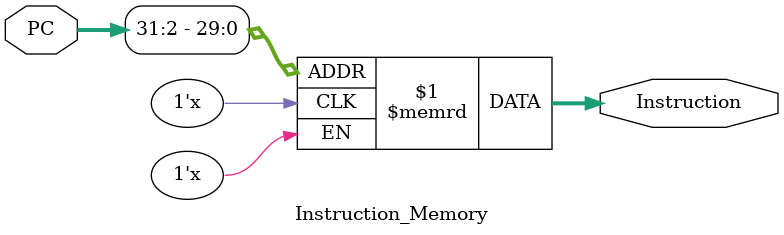
<source format=v>
`timescale 1ns / 1ps


module Instruction_Memory (
    input [31:0]PC,
    output wire [31:0] Instruction
);
    reg[31:0] Instructions_Included[31:0];
    
   assign Instruction=Instructions_Included[PC[31:2]];
 
endmodule

</source>
